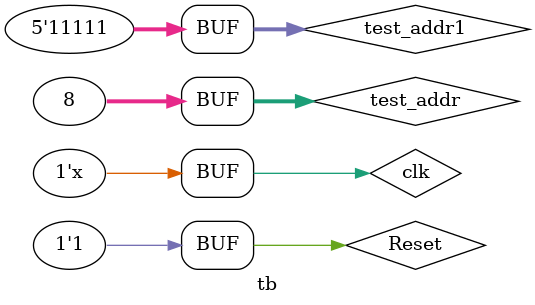
<source format=v>
`timescale 1ns / 1ps


module tb;
    //inputs
    reg clk;
    reg Reset;
    reg [31:0]test_addr;
    wire [31:0]test_data;
    reg [4:0]test_addr1;
    wire [31:0]test_data1;

    SingleCycleCPU ins(
        .clk(clk),
        .Reset(Reset),
      
       
        .test_addr(test_addr),
        .test_data(test_data),
        
        .test_addr1(test_addr1),
        .test_data1(test_data1)
        
    );
    initial begin
    clk=1;
    Reset=0;
    test_addr=1;
    test_addr1=31;
    #10
    Reset=1;
    #180
    test_addr=1;
    #2
    test_addr=2;
    #2
    test_addr=3;
    #2
    test_addr=4;
    #2
    test_addr=5;
    #2
    test_addr=6;
    #2
    test_addr=7;
    #2
    test_addr=8;
    #576
    test_addr=1;
    #2
    test_addr=2;
    #2
    test_addr=3;
    #2
    test_addr=4;
    #2
    test_addr=5;
    #2
    test_addr=6;
    #2
    test_addr=7;
    #2
    test_addr=8;
    #496
    test_addr=1;
    #2
    test_addr=2;
    #2
    test_addr=3;
    #2
    test_addr=4;
    #2
    test_addr=5;
    #2
    test_addr=6;
    #2
    test_addr=7;
    #2
    test_addr=8;
    #416
    test_addr=1;
    #2
    test_addr=2;
    #2
    test_addr=3;
    #2
    test_addr=4;
    #2
    test_addr=5;
    #2
    test_addr=6;
    #2
    test_addr=7;
    #2
    test_addr=8;
    #336
    test_addr=1;
    #2
    test_addr=2;
    #2
    test_addr=3;
    #2
    test_addr=4;
    #2
    test_addr=5;
    #2
    test_addr=6;
    #2
    test_addr=7;
    #2
    test_addr=8;
    #256
    test_addr=1;
    #2
    test_addr=2;
    #2
    test_addr=3;
    #2
    test_addr=4;
    #2
    test_addr=5;
    #2
    test_addr=6;
    #2
    test_addr=7;
    #2
    test_addr=8;
    #176
    test_addr=1;
    #2
    test_addr=2;
    #2
    test_addr=3;
    #2
    test_addr=4;
    #2
    test_addr=5;
    #2
    test_addr=6;
    #2
    test_addr=7;
    #2
    test_addr=8;
    
    #96
    test_addr=1;
    #2
    test_addr=2;
    #2
    test_addr=3;
    #2
    test_addr=4;
    #2
    test_addr=5;
    #2
    test_addr=6;
    #2
    test_addr=7;
    #2
    test_addr=8;
    test_addr1=31;
    #8000
    test_addr=1;
    #2
    test_addr=2;
    #2
    test_addr=3;
    #2
    test_addr=4;
    #2
    test_addr=5;
    #2
    test_addr=6;
    #2
    test_addr=7;
    #2
    test_addr=8;
   
  

    
    
    
    
    end
   always #5 clk = ~clk;
endmodule


</source>
